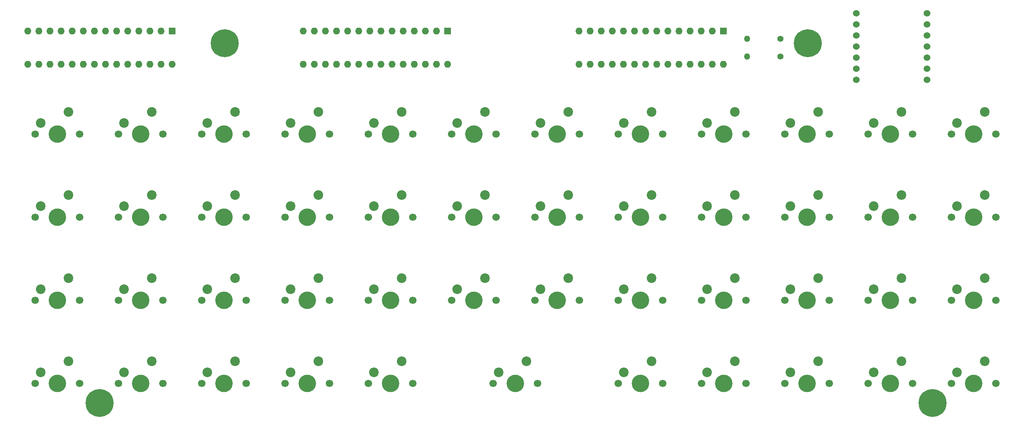
<source format=gbr>
%TF.GenerationSoftware,KiCad,Pcbnew,(5.1.10-32-g011b4027db)-1*%
%TF.CreationDate,2021-11-12T02:15:37-05:00*%
%TF.ProjectId,keyboard,6b657962-6f61-4726-942e-6b696361645f,rev?*%
%TF.SameCoordinates,Original*%
%TF.FileFunction,Soldermask,Top*%
%TF.FilePolarity,Negative*%
%FSLAX46Y46*%
G04 Gerber Fmt 4.6, Leading zero omitted, Abs format (unit mm)*
G04 Created by KiCad (PCBNEW (5.1.10-32-g011b4027db)-1) date 2021-11-12 02:15:37*
%MOMM*%
%LPD*%
G01*
G04 APERTURE LIST*
%ADD10O,1.400000X1.400000*%
%ADD11C,1.400000*%
%ADD12C,1.524000*%
%ADD13O,1.600000X1.600000*%
%ADD14R,1.600000X1.600000*%
%ADD15C,1.700000*%
%ADD16C,4.000000*%
%ADD17C,2.200000*%
%ADD18C,6.400000*%
G04 APERTURE END LIST*
D10*
%TO.C,R2*%
X268732000Y-101600000D03*
D11*
X276352000Y-101600000D03*
%TD*%
D10*
%TO.C,R1*%
X268732000Y-97536000D03*
D11*
X276352000Y-97536000D03*
%TD*%
D12*
%TO.C,C1*%
X293726870Y-91714702D03*
X293726870Y-94254702D03*
X293726870Y-96794702D03*
X293726870Y-99334702D03*
X293726870Y-101874702D03*
X293726870Y-104414702D03*
X293726870Y-106954702D03*
X309891430Y-106954702D03*
X309891430Y-101874702D03*
X309891430Y-104414702D03*
X309891430Y-91714702D03*
X309891430Y-99334702D03*
X309891430Y-94254702D03*
X309891430Y-96794702D03*
%TD*%
D13*
%TO.C,U3*%
X137255250Y-103345011D03*
X104235250Y-95725011D03*
X134715250Y-103345011D03*
X106775250Y-95725011D03*
X132175250Y-103345011D03*
X109315250Y-95725011D03*
X129635250Y-103345011D03*
X111855250Y-95725011D03*
X127095250Y-103345011D03*
X114395250Y-95725011D03*
X124555250Y-103345011D03*
X116935250Y-95725011D03*
X122015250Y-103345011D03*
X119475250Y-95725011D03*
X119475250Y-103345011D03*
X122015250Y-95725011D03*
X116935250Y-103345011D03*
X124555250Y-95725011D03*
X114395250Y-103345011D03*
X127095250Y-95725011D03*
X111855250Y-103345011D03*
X129635250Y-95725011D03*
X109315250Y-103345011D03*
X132175250Y-95725011D03*
X106775250Y-103345011D03*
X134715250Y-95725011D03*
X104235250Y-103345011D03*
D14*
X137255250Y-95725011D03*
%TD*%
D15*
%TO.C,M43*%
X249396250Y-176530000D03*
X239236250Y-176530000D03*
D16*
X244316250Y-176530000D03*
D17*
X240506250Y-173990000D03*
X246856250Y-171450000D03*
%TD*%
D15*
%TO.C,M42*%
X220821250Y-176530000D03*
X210661250Y-176530000D03*
D16*
X215741250Y-176530000D03*
D17*
X211931250Y-173990000D03*
X218281250Y-171450000D03*
%TD*%
D15*
%TO.C,M47*%
X325596250Y-176530000D03*
X315436250Y-176530000D03*
D16*
X320516250Y-176530000D03*
D17*
X316706250Y-173990000D03*
X323056250Y-171450000D03*
%TD*%
D15*
%TO.C,M46*%
X306546250Y-176530000D03*
X296386250Y-176530000D03*
D16*
X301466250Y-176530000D03*
D17*
X297656250Y-173990000D03*
X304006250Y-171450000D03*
%TD*%
D15*
%TO.C,M45*%
X287496250Y-176530000D03*
X277336250Y-176530000D03*
D16*
X282416250Y-176530000D03*
D17*
X278606250Y-173990000D03*
X284956250Y-171450000D03*
%TD*%
D15*
%TO.C,M44*%
X268446250Y-176530000D03*
X258286250Y-176530000D03*
D16*
X263366250Y-176530000D03*
D17*
X259556250Y-173990000D03*
X265906250Y-171450000D03*
%TD*%
D15*
%TO.C,M41*%
X192246250Y-176530000D03*
X182086250Y-176530000D03*
D16*
X187166250Y-176530000D03*
D17*
X183356250Y-173990000D03*
X189706250Y-171450000D03*
%TD*%
D15*
%TO.C,M40*%
X173196250Y-176530000D03*
X163036250Y-176530000D03*
D16*
X168116250Y-176530000D03*
D17*
X164306250Y-173990000D03*
X170656250Y-171450000D03*
%TD*%
D15*
%TO.C,M39*%
X154146250Y-176530000D03*
X143986250Y-176530000D03*
D16*
X149066250Y-176530000D03*
D17*
X145256250Y-173990000D03*
X151606250Y-171450000D03*
%TD*%
D15*
%TO.C,M38*%
X135096250Y-176530000D03*
X124936250Y-176530000D03*
D16*
X130016250Y-176530000D03*
D17*
X126206250Y-173990000D03*
X132556250Y-171450000D03*
%TD*%
D15*
%TO.C,M37*%
X116046250Y-176530000D03*
X105886250Y-176530000D03*
D16*
X110966250Y-176530000D03*
D17*
X107156250Y-173990000D03*
X113506250Y-171450000D03*
%TD*%
D15*
%TO.C,M36*%
X325596250Y-157448250D03*
X315436250Y-157448250D03*
D16*
X320516250Y-157448250D03*
D17*
X316706250Y-154908250D03*
X323056250Y-152368250D03*
%TD*%
D15*
%TO.C,M35*%
X306546250Y-157448250D03*
X296386250Y-157448250D03*
D16*
X301466250Y-157448250D03*
D17*
X297656250Y-154908250D03*
X304006250Y-152368250D03*
%TD*%
D15*
%TO.C,M34*%
X287496250Y-157448250D03*
X277336250Y-157448250D03*
D16*
X282416250Y-157448250D03*
D17*
X278606250Y-154908250D03*
X284956250Y-152368250D03*
%TD*%
D15*
%TO.C,M33*%
X268446250Y-157448250D03*
X258286250Y-157448250D03*
D16*
X263366250Y-157448250D03*
D17*
X259556250Y-154908250D03*
X265906250Y-152368250D03*
%TD*%
D15*
%TO.C,M32*%
X249396250Y-157480000D03*
X239236250Y-157480000D03*
D16*
X244316250Y-157480000D03*
D17*
X240506250Y-154940000D03*
X246856250Y-152400000D03*
%TD*%
D15*
%TO.C,M31*%
X230346250Y-157480000D03*
X220186250Y-157480000D03*
D16*
X225266250Y-157480000D03*
D17*
X221456250Y-154940000D03*
X227806250Y-152400000D03*
%TD*%
D15*
%TO.C,M30*%
X211296250Y-157448250D03*
X201136250Y-157448250D03*
D16*
X206216250Y-157448250D03*
D17*
X202406250Y-154908250D03*
X208756250Y-152368250D03*
%TD*%
D15*
%TO.C,M29*%
X192246250Y-157480000D03*
X182086250Y-157480000D03*
D16*
X187166250Y-157480000D03*
D17*
X183356250Y-154940000D03*
X189706250Y-152400000D03*
%TD*%
D15*
%TO.C,M28*%
X173196250Y-157480000D03*
X163036250Y-157480000D03*
D16*
X168116250Y-157480000D03*
D17*
X164306250Y-154940000D03*
X170656250Y-152400000D03*
%TD*%
D15*
%TO.C,M27*%
X154146250Y-157448250D03*
X143986250Y-157448250D03*
D16*
X149066250Y-157448250D03*
D17*
X145256250Y-154908250D03*
X151606250Y-152368250D03*
%TD*%
D15*
%TO.C,M26*%
X135096250Y-157448250D03*
X124936250Y-157448250D03*
D16*
X130016250Y-157448250D03*
D17*
X126206250Y-154908250D03*
X132556250Y-152368250D03*
%TD*%
D15*
%TO.C,M25*%
X116046250Y-157448250D03*
X105886250Y-157448250D03*
D16*
X110966250Y-157448250D03*
D17*
X107156250Y-154908250D03*
X113506250Y-152368250D03*
%TD*%
D15*
%TO.C,M24*%
X325596250Y-138430000D03*
X315436250Y-138430000D03*
D16*
X320516250Y-138430000D03*
D17*
X316706250Y-135890000D03*
X323056250Y-133350000D03*
%TD*%
D15*
%TO.C,M23*%
X306546250Y-138430000D03*
X296386250Y-138430000D03*
D16*
X301466250Y-138430000D03*
D17*
X297656250Y-135890000D03*
X304006250Y-133350000D03*
%TD*%
D15*
%TO.C,M22*%
X287496250Y-138430000D03*
X277336250Y-138430000D03*
D16*
X282416250Y-138430000D03*
D17*
X278606250Y-135890000D03*
X284956250Y-133350000D03*
%TD*%
D15*
%TO.C,M21*%
X268446250Y-138430000D03*
X258286250Y-138430000D03*
D16*
X263366250Y-138430000D03*
D17*
X259556250Y-135890000D03*
X265906250Y-133350000D03*
%TD*%
D15*
%TO.C,M20*%
X249396250Y-138430000D03*
X239236250Y-138430000D03*
D16*
X244316250Y-138430000D03*
D17*
X240506250Y-135890000D03*
X246856250Y-133350000D03*
%TD*%
D15*
%TO.C,M19*%
X230346250Y-138398250D03*
X220186250Y-138398250D03*
D16*
X225266250Y-138398250D03*
D17*
X221456250Y-135858250D03*
X227806250Y-133318250D03*
%TD*%
D15*
%TO.C,M18*%
X211296250Y-138430000D03*
X201136250Y-138430000D03*
D16*
X206216250Y-138430000D03*
D17*
X202406250Y-135890000D03*
X208756250Y-133350000D03*
%TD*%
D15*
%TO.C,M17*%
X192246250Y-138430000D03*
X182086250Y-138430000D03*
D16*
X187166250Y-138430000D03*
D17*
X183356250Y-135890000D03*
X189706250Y-133350000D03*
%TD*%
D15*
%TO.C,M16*%
X173196250Y-138430000D03*
X163036250Y-138430000D03*
D16*
X168116250Y-138430000D03*
D17*
X164306250Y-135890000D03*
X170656250Y-133350000D03*
%TD*%
D15*
%TO.C,M15*%
X154146250Y-138430000D03*
X143986250Y-138430000D03*
D16*
X149066250Y-138430000D03*
D17*
X145256250Y-135890000D03*
X151606250Y-133350000D03*
%TD*%
D15*
%TO.C,M14*%
X135096250Y-138430000D03*
X124936250Y-138430000D03*
D16*
X130016250Y-138430000D03*
D17*
X126206250Y-135890000D03*
X132556250Y-133350000D03*
%TD*%
D15*
%TO.C,M13*%
X116046250Y-138430000D03*
X105886250Y-138430000D03*
D16*
X110966250Y-138430000D03*
D17*
X107156250Y-135890000D03*
X113506250Y-133350000D03*
%TD*%
D15*
%TO.C,M12*%
X325612150Y-119348250D03*
X315452150Y-119348250D03*
D16*
X320532150Y-119348250D03*
D17*
X316722150Y-116808250D03*
X323072150Y-114268250D03*
%TD*%
D15*
%TO.C,M11*%
X306562150Y-119348250D03*
X296402150Y-119348250D03*
D16*
X301482150Y-119348250D03*
D17*
X297672150Y-116808250D03*
X304022150Y-114268250D03*
%TD*%
D15*
%TO.C,M10*%
X287512150Y-119348250D03*
X277352150Y-119348250D03*
D16*
X282432150Y-119348250D03*
D17*
X278622150Y-116808250D03*
X284972150Y-114268250D03*
%TD*%
D15*
%TO.C,M9*%
X268462150Y-119348250D03*
X258302150Y-119348250D03*
D16*
X263382150Y-119348250D03*
D17*
X259572150Y-116808250D03*
X265922150Y-114268250D03*
%TD*%
D15*
%TO.C,M8*%
X249412150Y-119348250D03*
X239252150Y-119348250D03*
D16*
X244332150Y-119348250D03*
D17*
X240522150Y-116808250D03*
X246872150Y-114268250D03*
%TD*%
D15*
%TO.C,M7*%
X230362150Y-119348250D03*
X220202150Y-119348250D03*
D16*
X225282150Y-119348250D03*
D17*
X221472150Y-116808250D03*
X227822150Y-114268250D03*
%TD*%
D15*
%TO.C,M6*%
X211312150Y-119348250D03*
X201152150Y-119348250D03*
D16*
X206232150Y-119348250D03*
D17*
X202422150Y-116808250D03*
X208772150Y-114268250D03*
%TD*%
D15*
%TO.C,M5*%
X192262150Y-119348250D03*
X182102150Y-119348250D03*
D16*
X187182150Y-119348250D03*
D17*
X183372150Y-116808250D03*
X189722150Y-114268250D03*
%TD*%
D15*
%TO.C,M4*%
X173212150Y-119348250D03*
X163052150Y-119348250D03*
D16*
X168132150Y-119348250D03*
D17*
X164322150Y-116808250D03*
X170672150Y-114268250D03*
%TD*%
D15*
%TO.C,M3*%
X154162150Y-119348250D03*
X144002150Y-119348250D03*
D16*
X149082150Y-119348250D03*
D17*
X145272150Y-116808250D03*
X151622150Y-114268250D03*
%TD*%
D15*
%TO.C,M2*%
X135112150Y-119348250D03*
X124952150Y-119348250D03*
D16*
X130032150Y-119348250D03*
D17*
X126222150Y-116808250D03*
X132572150Y-114268250D03*
%TD*%
D15*
%TO.C,M1*%
X116062150Y-119348250D03*
X105902150Y-119348250D03*
D16*
X110982150Y-119348250D03*
D17*
X107172150Y-116808250D03*
X113522150Y-114268250D03*
%TD*%
D13*
%TO.C,U2*%
X200262083Y-103345011D03*
X167242083Y-95725011D03*
X197722083Y-103345011D03*
X169782083Y-95725011D03*
X195182083Y-103345011D03*
X172322083Y-95725011D03*
X192642083Y-103345011D03*
X174862083Y-95725011D03*
X190102083Y-103345011D03*
X177402083Y-95725011D03*
X187562083Y-103345011D03*
X179942083Y-95725011D03*
X185022083Y-103345011D03*
X182482083Y-95725011D03*
X182482083Y-103345011D03*
X185022083Y-95725011D03*
X179942083Y-103345011D03*
X187562083Y-95725011D03*
X177402083Y-103345011D03*
X190102083Y-95725011D03*
X174862083Y-103345011D03*
X192642083Y-95725011D03*
X172322083Y-103345011D03*
X195182083Y-95725011D03*
X169782083Y-103345011D03*
X197722083Y-95725011D03*
X167242083Y-103345011D03*
D14*
X200262083Y-95725011D03*
%TD*%
D13*
%TO.C,U1*%
X263268916Y-103345011D03*
X230248916Y-95725011D03*
X260728916Y-103345011D03*
X232788916Y-95725011D03*
X258188916Y-103345011D03*
X235328916Y-95725011D03*
X255648916Y-103345011D03*
X237868916Y-95725011D03*
X253108916Y-103345011D03*
X240408916Y-95725011D03*
X250568916Y-103345011D03*
X242948916Y-95725011D03*
X248028916Y-103345011D03*
X245488916Y-95725011D03*
X245488916Y-103345011D03*
X248028916Y-95725011D03*
X242948916Y-103345011D03*
X250568916Y-95725011D03*
X240408916Y-103345011D03*
X253108916Y-95725011D03*
X237868916Y-103345011D03*
X255648916Y-95725011D03*
X235328916Y-103345011D03*
X258188916Y-95725011D03*
X232788916Y-103345011D03*
X260728916Y-95725011D03*
X230248916Y-103345011D03*
D14*
X263268916Y-95725011D03*
%TD*%
D18*
%TO.C,H6*%
X120650000Y-180975000D03*
%TD*%
%TO.C,H5*%
X282575000Y-98500000D03*
%TD*%
%TO.C,H3*%
X311150000Y-180975000D03*
%TD*%
%TO.C,H2*%
X149225000Y-98500000D03*
%TD*%
M02*

</source>
